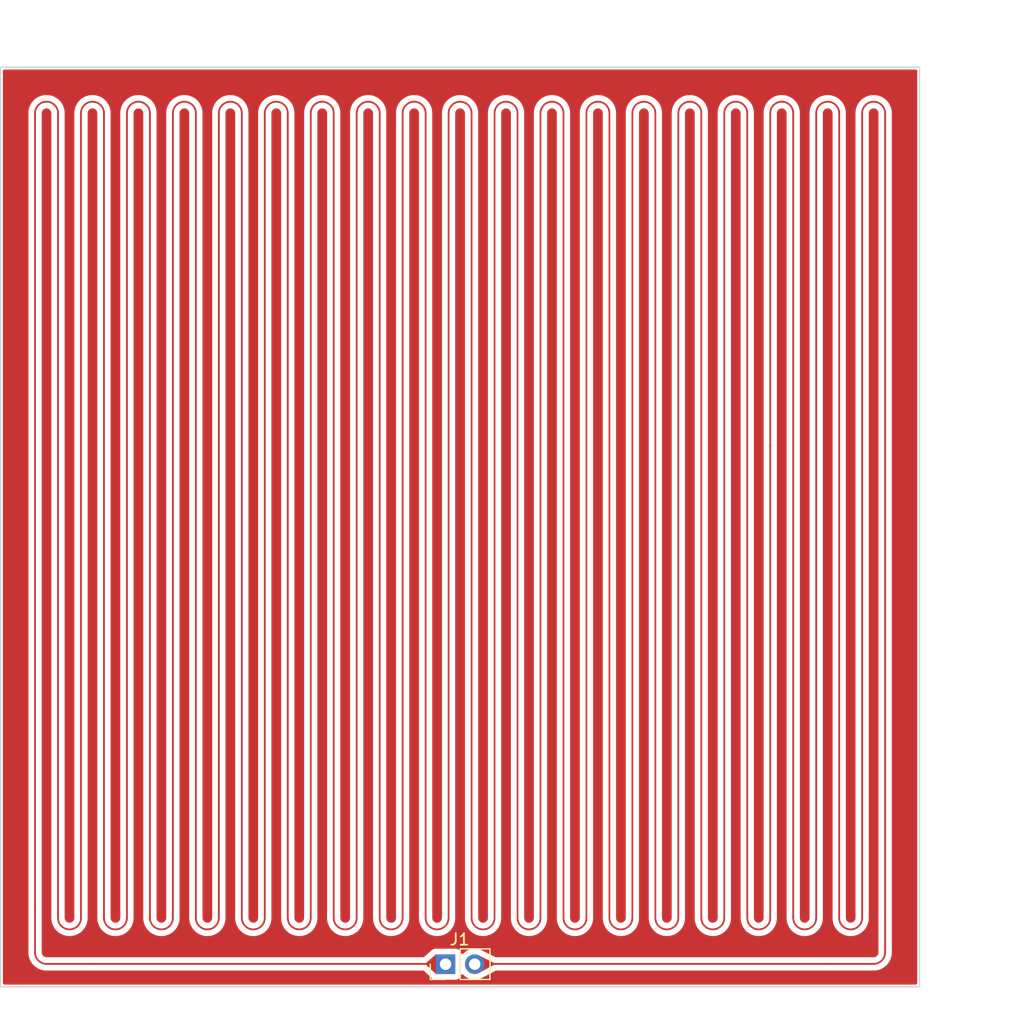
<source format=kicad_pcb>
(kicad_pcb (version 20221018) (generator pcbnew)
  (title_block (title "Reflow Plate Heatbed 80x80 mm") (date "2023-03-19") (rev "v1.0.0") (company "I. Kajdan"))
  (layers (0 "F.Cu" signal) (31 "B.Cu" signal) (37 "F.SilkS" user "F.Silkscreen") (44 "Edge.Cuts" user))
  (net 0 "")
  (net 1 "Net-(J1-Pin_1)")
  (footprint "Connector_PinHeader_2.54mm:PinHeader_1x02_P2.54mm_Vertical" (layer "F.Cu") (at 145.735 146.025 90)
    (fp_text reference "J1" (at 2.15 1.22) (layer "F.SilkS"))
    (fp_text value "PWR")
    (fp_line (start -1.33 -1.33) (end 0 -1.33) (stroke (width 0.12)) (layer "F.SilkS"))
    (fp_line (start -1.33 0) (end -1.33 -1.33) (stroke (width 0.12)) (layer "F.SilkS"))
    (fp_line (start -1.33 1.27) (end -1.33 3.87) (stroke (width 0.12)) (layer "F.SilkS"))
    (fp_line (start -1.33 1.27) (end 1.33 1.27) (stroke (width 0.12)) (layer "F.SilkS"))
    (fp_line (start -1.33 3.87) (end 1.33 3.87) (stroke (width 0.12)) (layer "F.SilkS"))
    (fp_line (start 1.33 1.27) (end 1.33 3.87) (stroke (width 0.12)) (layer "F.SilkS"))
    (pad "1" thru_hole rect (at 0 0 90) (size 1.7 1.7) (drill 1) (layers "*.Cu" "*.Mask") (net 1 "Net-(J1-Pin_1)"))
    (pad "2" thru_hole oval (at 0 2.54 90) (size 1.7 1.7) (drill 1) (layers "*.Cu" "*.Mask") (net 1 "Net-(J1-Pin_1)"))
  )
  (gr_line (start 187 148) (end 107 148) (stroke (width 0.1)) (layer "Edge.Cuts"))
  (gr_line (start 107 148) (end 107 68) (stroke (width 0.1)) (layer "Edge.Cuts"))
  (gr_line (start 107 68) (end 187 68) (stroke (width 0.1)) (layer "Edge.Cuts"))
  (gr_line (start 187 68) (end 187 148) (stroke (width 0.1)) (layer "Edge.Cuts"))
  (segment (start 144 142) (end 144 72) (width 0.154) (layer "F.Cu") (net 1))
  (segment (start 136 142) (end 136 72) (width 0.154) (layer "F.Cu") (net 1))
  (segment (start 168 142) (end 168 72) (width 0.154) (layer "F.Cu") (net 1))
  (segment (start 114 142) (end 114 72) (width 0.154) (layer "F.Cu") (net 1))
  (segment (start 118 142) (end 118 72) (width 0.154) (layer "F.Cu") (net 1))
  (segment (start 110 141) (end 110 145) (width 0.154) (layer "F.Cu") (net 1))
  (segment (start 130 142) (end 130 72) (width 0.154) (layer "F.Cu") (net 1))
  (segment (start 146 142) (end 146 72) (width 0.154) (layer "F.Cu") (net 1))
  (segment (start 184 145) (end 184 141) (width 0.154) (layer "F.Cu") (net 1))
  (segment (start 184 141) (end 184 72) (width 0.154) (layer "F.Cu") (net 1))
  (segment (start 138 142) (end 138 72) (width 0.154) (layer "F.Cu") (net 1))
  (segment (start 124 72) (end 124 142) (width 0.154) (layer "F.Cu") (net 1))
  (segment (start 148.2875 146.0125) (end 148.275 146.025) (width 0.154) (layer "F.Cu") (net 1))
  (segment (start 132 142) (end 132 72) (width 0.154) (layer "F.Cu") (net 1))
  (segment (start 182 142) (end 182 72) (width 0.154) (layer "F.Cu") (net 1))
  (segment (start 140 142) (end 140 72) (width 0.154) (layer "F.Cu") (net 1))
  (segment (start 128 142) (end 128 72) (width 0.154) (layer "F.Cu") (net 1))
  (segment (start 179 146) (end 148.317677 146) (width 0.154) (layer "F.Cu") (net 1))
  (segment (start 145.7225 146.0125) (end 145.735 146.025) (width 0.154) (layer "F.Cu") (net 1))
  (segment (start 116 142) (end 116 72) (width 0.154) (layer "F.Cu") (net 1))
  (segment (start 158 142) (end 158 72) (width 0.154) (layer "F.Cu") (net 1))
  (segment (start 148 142) (end 148 72) (width 0.154) (layer "F.Cu") (net 1))
  (segment (start 134 142) (end 134 72) (width 0.154) (layer "F.Cu") (net 1))
  (segment (start 122 72) (end 122 142) (width 0.154) (layer "F.Cu") (net 1))
  (segment (start 172 142) (end 172 72) (width 0.154) (layer "F.Cu") (net 1))
  (segment (start 176 142) (end 176 72) (width 0.154) (layer "F.Cu") (net 1))
  (segment (start 112 142) (end 112 72) (width 0.154) (layer "F.Cu") (net 1))
  (segment (start 178 142) (end 178 72) (width 0.154) (layer "F.Cu") (net 1))
  (segment (start 180 142) (end 180 72) (width 0.154) (layer "F.Cu") (net 1))
  (segment (start 170 142) (end 170 72) (width 0.154) (layer "F.Cu") (net 1))
  (segment (start 154 142) (end 154 72) (width 0.154) (layer "F.Cu") (net 1))
  (segment (start 174 72) (end 174 101) (width 0.154) (layer "F.Cu") (net 1))
  (segment (start 145.692322 146) (end 114.999999 146) (width 0.154) (layer "F.Cu") (net 1))
  (segment (start 164 142) (end 164 72) (width 0.154) (layer "F.Cu") (net 1))
  (segment (start 162 142) (end 162 72) (width 0.154) (layer "F.Cu") (net 1))
  (segment (start 120 72) (end 120 142) (width 0.154) (layer "F.Cu") (net 1))
  (segment (start 166 142) (end 166 72) (width 0.154) (layer "F.Cu") (net 1))
  (segment (start 150 142) (end 150 72) (width 0.154) (layer "F.Cu") (net 1))
  (segment (start 174 142) (end 174 100.846782) (width 0.154) (layer "F.Cu") (net 1))
  (segment (start 152 142) (end 152 72) (width 0.154) (layer "F.Cu") (net 1))
  (segment (start 126 142) (end 126 72) (width 0.154) (layer "F.Cu") (net 1))
  (segment (start 142 72) (end 142 101) (width 0.154) (layer "F.Cu") (net 1))
  (segment (start 110 72) (end 110 141) (width 0.154) (layer "F.Cu") (net 1))
  (segment (start 179 146) (end 183 146) (width 0.154) (layer "F.Cu") (net 1))
  (segment (start 160 142) (end 160 72) (width 0.154) (layer "F.Cu") (net 1))
  (segment (start 114.999999 146) (end 111 146) (width 0.154) (layer "F.Cu") (net 1))
  (segment (start 142 142) (end 142 100.846782) (width 0.154) (layer "F.Cu") (net 1))
  (segment (start 156 142) (end 156 72) (width 0.154) (layer "F.Cu") (net 1))
  (arc (start 124 72) (mid 123.707106 71.292893) (end 123 71) (width 0.154) (layer "F.Cu") (net 1))
  (arc (start 167 71) (mid 166.292893 71.292893) (end 166 72) (width 0.154) (layer "F.Cu") (net 1))
  (arc (start 134 142) (mid 133.707106 142.707106) (end 133 143) (width 0.154) (layer "F.Cu") (net 1))
  (arc (start 132 142) (mid 132.292893 142.707106) (end 133 143) (width 0.154) (layer "F.Cu") (net 1))
  (arc (start 164 72) (mid 163.707106 71.292893) (end 163 71) (width 0.154) (layer "F.Cu") (net 1))
  (arc (start 123 71) (mid 122.292893 71.292893) (end 122 72) (width 0.154) (layer "F.Cu") (net 1))
  (arc (start 178 142) (mid 177.707106 142.707106) (end 177 143) (width 0.154) (layer "F.Cu") (net 1))
  (arc (start 176 142) (mid 176.292893 142.707106) (end 177 143) (width 0.154) (layer "F.Cu") (net 1))
  (arc (start 128 142) (mid 128.292893 142.707106) (end 129 143) (width 0.154) (layer "F.Cu") (net 1))
  (arc (start 126 142) (mid 125.707106 142.707106) (end 125 143) (width 0.154) (layer "F.Cu") (net 1))
  (arc (start 183 71) (mid 182.292893 71.292893) (end 182 72) (width 0.154) (layer "F.Cu") (net 1))
  (arc (start 171 71) (mid 170.292893 71.292893) (end 170 72) (width 0.154) (layer "F.Cu") (net 1))
  (arc (start 184 145) (mid 183.707106 145.707106) (end 183 146) (width 0.154) (layer "F.Cu") (net 1))
  (arc (start 180 142) (mid 180.292893 142.707106) (end 181 143) (width 0.154) (layer "F.Cu") (net 1))
  (arc (start 120 142) (mid 120.292893 142.707106) (end 121 143) (width 0.154) (layer "F.Cu") (net 1))
  (arc (start 115 71) (mid 114.292893 71.292893) (end 114 72) (width 0.154) (layer "F.Cu") (net 1))
  (arc (start 172 142) (mid 172.292893 142.707106) (end 173 143) (width 0.154) (layer "F.Cu") (net 1))
  (arc (start 144 72) (mid 143.707106 71.292893) (end 143 71) (width 0.154) (layer "F.Cu") (net 1))
  (arc (start 155 71) (mid 154.292893 71.292893) (end 154 72) (width 0.154) (layer "F.Cu") (net 1))
  (arc (start 174 142) (mid 173.707106 142.707106) (end 173 143) (width 0.154) (layer "F.Cu") (net 1))
  (arc (start 151 71) (mid 150.292893 71.292893) (end 150 72) (width 0.154) (layer "F.Cu") (net 1))
  (arc (start 158 142) (mid 157.707106 142.707106) (end 157 143) (width 0.154) (layer "F.Cu") (net 1))
  (arc (start 170 142) (mid 169.707106 142.707106) (end 169 143) (width 0.154) (layer "F.Cu") (net 1))
  (arc (start 120 72) (mid 119.707106 71.292893) (end 119 71) (width 0.154) (layer "F.Cu") (net 1))
  (arc (start 150 142) (mid 149.707106 142.707106) (end 149 143) (width 0.154) (layer "F.Cu") (net 1))
  (arc (start 110 145) (mid 110.292893 145.707106) (end 111 146) (width 0.154) (layer "F.Cu") (net 1))
  (arc (start 143 71) (mid 142.292893 71.292893) (end 142 72) (width 0.154) (layer "F.Cu") (net 1))
  (arc (start 111 71) (mid 110.292893 71.292893) (end 110 72) (width 0.154) (layer "F.Cu") (net 1))
  (arc (start 152 72) (mid 151.707106 71.292893) (end 151 71) (width 0.154) (layer "F.Cu") (net 1))
  (arc (start 112 72) (mid 111.707106 71.292893) (end 111 71) (width 0.154) (layer "F.Cu") (net 1))
  (arc (start 182 142) (mid 181.707106 142.707106) (end 181 143) (width 0.154) (layer "F.Cu") (net 1))
  (arc (start 162 142) (mid 161.707106 142.707106) (end 161 143) (width 0.154) (layer "F.Cu") (net 1))
  (arc (start 144 142) (mid 144.292893 142.707106) (end 145 143) (width 0.154) (layer "F.Cu") (net 1))
  (arc (start 130 142) (mid 129.707106 142.707106) (end 129 143) (width 0.154) (layer "F.Cu") (net 1))
  (arc (start 163 71) (mid 162.292893 71.292893) (end 162 72) (width 0.154) (layer "F.Cu") (net 1))
  (arc (start 168 142) (mid 168.292893 142.707106) (end 169 143) (width 0.154) (layer "F.Cu") (net 1))
  (arc (start 164 142) (mid 164.292893 142.707106) (end 165 143) (width 0.154) (layer "F.Cu") (net 1))
  (arc (start 148 142) (mid 148.292893 142.707106) (end 149 143) (width 0.154) (layer "F.Cu") (net 1))
  (arc (start 135 71) (mid 134.292893 71.292893) (end 134 72) (width 0.154) (layer "F.Cu") (net 1))
  (arc (start 119 71) (mid 118.292893 71.292893) (end 118 72) (width 0.154) (layer "F.Cu") (net 1))
  (arc (start 176 72) (mid 175.707106 71.292893) (end 175 71) (width 0.154) (layer "F.Cu") (net 1))
  (arc (start 124 142) (mid 124.292893 142.707106) (end 125 143) (width 0.154) (layer "F.Cu") (net 1))
  (arc (start 168 72) (mid 167.707106 71.292893) (end 167 71) (width 0.154) (layer "F.Cu") (net 1))
  (arc (start 180 72) (mid 179.707106 71.292893) (end 179 71) (width 0.154) (layer "F.Cu") (net 1))
  (arc (start 175 71) (mid 174.292893 71.292893) (end 174 72) (width 0.154) (layer "F.Cu") (net 1))
  (arc (start 131 71) (mid 130.292893 71.292893) (end 130 72) (width 0.154) (layer "F.Cu") (net 1))
  (arc (start 160 142) (mid 160.292893 142.707106) (end 161 143) (width 0.154) (layer "F.Cu") (net 1))
  (arc (start 145.7225 146.0125) (mid 145.708654 146.003248) (end 145.692322 146) (width 0.154) (layer "F.Cu") (net 1))
  (arc (start 142 142) (mid 141.707106 142.707106) (end 141 143) (width 0.154) (layer "F.Cu") (net 1))
  (arc (start 122 142) (mid 121.707106 142.707106) (end 121 143) (width 0.154) (layer "F.Cu") (net 1))
  (arc (start 156 142) (mid 156.292893 142.707106) (end 157 143) (width 0.154) (layer "F.Cu") (net 1))
  (arc (start 136 72) (mid 135.707106 71.292893) (end 135 71) (width 0.154) (layer "F.Cu") (net 1))
  (arc (start 128 72) (mid 127.707106 71.292893) (end 127 71) (width 0.154) (layer "F.Cu") (net 1))
  (arc (start 147 71) (mid 146.292893 71.292893) (end 146 72) (width 0.154) (layer "F.Cu") (net 1))
  (arc (start 116 142) (mid 116.292893 142.707106) (end 117 143) (width 0.154) (layer "F.Cu") (net 1))
  (arc (start 138 142) (mid 137.707106 142.707106) (end 137 143) (width 0.154) (layer "F.Cu") (net 1))
  (arc (start 146 142) (mid 145.707106 142.707106) (end 145 143) (width 0.154) (layer "F.Cu") (net 1))
  (arc (start 152 142) (mid 152.292893 142.707106) (end 153 143) (width 0.154) (layer "F.Cu") (net 1))
  (arc (start 136 142) (mid 136.292893 142.707106) (end 137 143) (width 0.154) (layer "F.Cu") (net 1))
  (arc (start 132 72) (mid 131.707106 71.292893) (end 131 71) (width 0.154) (layer "F.Cu") (net 1))
  (arc (start 114 142) (mid 113.707106 142.707106) (end 113 143) (width 0.154) (layer "F.Cu") (net 1))
  (arc (start 112 142) (mid 112.292893 142.707106) (end 113 143) (width 0.154) (layer "F.Cu") (net 1))
  (arc (start 156 72) (mid 155.707106 71.292893) (end 155 71) (width 0.154) (layer "F.Cu") (net 1))
  (arc (start 172 72) (mid 171.707106 71.292893) (end 171 71) (width 0.154) (layer "F.Cu") (net 1))
  (arc (start 166 142) (mid 165.707106 142.707106) (end 165 143) (width 0.154) (layer "F.Cu") (net 1))
  (arc (start 140 142) (mid 140.292893 142.707106) (end 141 143) (width 0.154) (layer "F.Cu") (net 1))
  (arc (start 148.317677 146) (mid 148.301345 146.003248) (end 148.2875 146.0125) (width 0.154) (layer "F.Cu") (net 1))
  (arc (start 118 142) (mid 117.707106 142.707106) (end 117 143) (width 0.154) (layer "F.Cu") (net 1))
  (arc (start 116 72) (mid 115.707106 71.292893) (end 115 71) (width 0.154) (layer "F.Cu") (net 1))
  (arc (start 159 71) (mid 158.292893 71.292893) (end 158 72) (width 0.154) (layer "F.Cu") (net 1))
  (arc (start 160 72) (mid 159.707106 71.292893) (end 159 71) (width 0.154) (layer "F.Cu") (net 1))
  (arc (start 140 72) (mid 139.707106 71.292893) (end 139 71) (width 0.154) (layer "F.Cu") (net 1))
  (arc (start 139 71) (mid 138.292893 71.292893) (end 138 72) (width 0.154) (layer "F.Cu") (net 1))
  (arc (start 179 71) (mid 178.292893 71.292893) (end 178 72) (width 0.154) (layer "F.Cu") (net 1))
  (arc (start 148 72) (mid 147.707106 71.292893) (end 147 71) (width 0.154) (layer "F.Cu") (net 1))
  (arc (start 154 142) (mid 153.707106 142.707106) (end 153 143) (width 0.154) (layer "F.Cu") (net 1))
  (arc (start 127 71) (mid 126.292893 71.292893) (end 126 72) (width 0.154) (layer "F.Cu") (net 1))
  (arc (start 184 72) (mid 183.707106 71.292893) (end 183 71) (width 0.154) (layer "F.Cu") (net 1))
  (zone (net 0) (net_name "") (layer "F.Cu") (connect_pads (clearance 0.5)) (min_thickness 0.25) (fill yes (thermal_gap 0.5) (thermal_bridge_width 0.5) (island_removal_mode 1) (island_area_min 10))
    (polygon (pts (xy 107 68) (xy 187 68) (xy 187 148) (xy 107 148)))
  )
)
</source>
